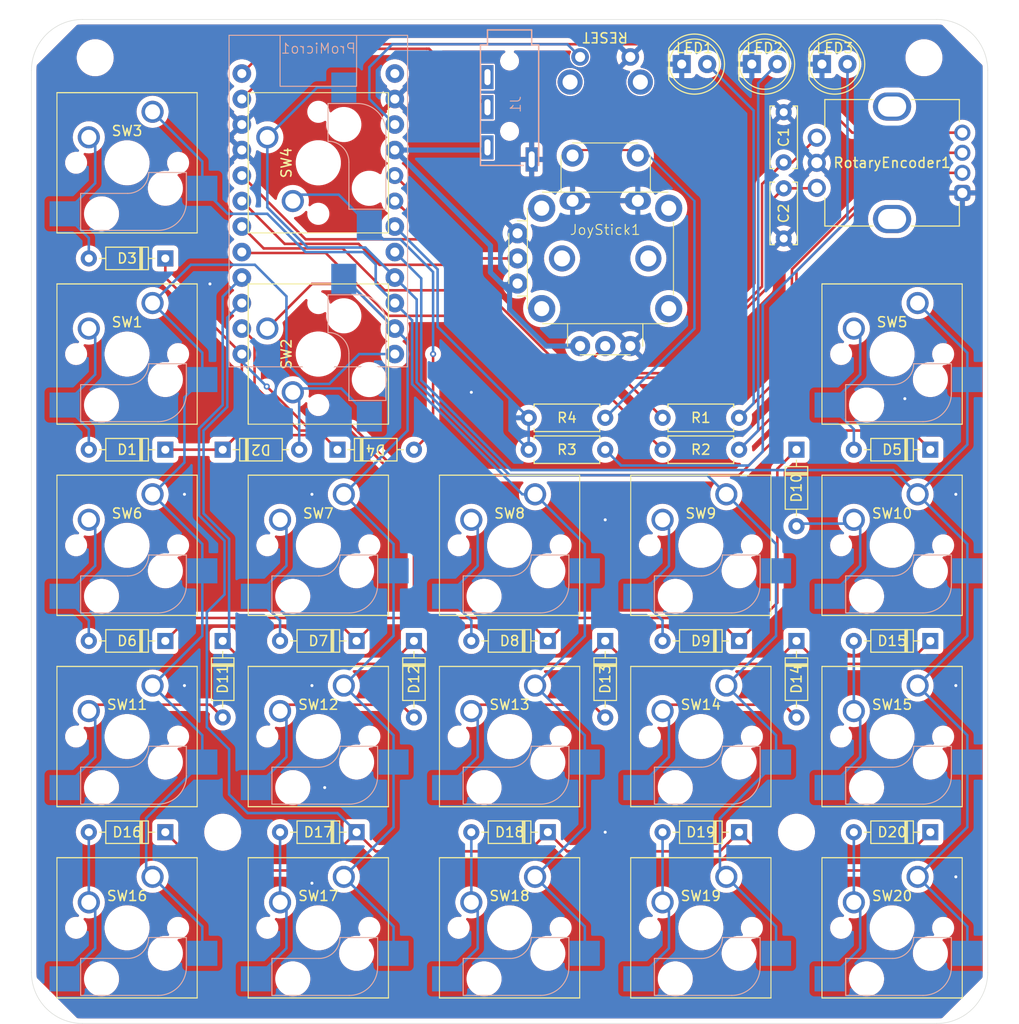
<source format=kicad_pcb>
(kicad_pcb (version 20240108) (generator "pcbnew") (generator_version "8.0")
  (layers (0 "F.Cu" signal) (31 "B.Cu" signal) (34 "B.Paste" user) (35 "F.Paste" user) (36 "B.SilkS" user "B.Silkscreen") (37 "F.SilkS" user "F.Silkscreen") (38 "B.Mask" user) (39 "F.Mask" user) (44 "Edge.Cuts" user))
  (net 0 "")
  (net 1 "GND")
  (net 2 "RST_SW")
  (net 3 "IO_HIGH4")
  (net 4 "Net-(D20-A)")
  (net 5 "IO_HIGH3")
  (net 6 "Net-(D19-A)")
  (net 7 "IO_HIGH2")
  (net 8 "Net-(D18-A)")
  (net 9 "IO_HIGH1")
  (net 10 "Net-(D17-A)")
  (net 11 "IO_HIGH0")
  (net 12 "Net-(D16-A)")
  (net 13 "Net-(D15-A)")
  (net 14 "Net-(D13-A)")
  (net 15 "Net-(D12-A)")
  (net 16 "Net-(D11-A)")
  (net 17 "Net-(D10-A)")
  (net 18 "Net-(D9-A)")
  (net 19 "Net-(D8-A)")
  (net 20 "Net-(D7-A)")
  (net 21 "Net-(D6-A)")
  (net 22 "Net-(D5-A)")
  (net 23 "Net-(D4-A)")
  (net 24 "Net-(D3-A)")
  (net 25 "Net-(D2-A)")
  (net 26 "Net-(D1-A)")
  (net 27 "Net-(D14-A)")
  (net 28 "RE_B")
  (net 29 "LED2")
  (net 30 "RE_SW")
  (net 31 "LED1")
  (net 32 "RE_A")
  (net 33 "VCC")
  (net 34 "DATA")
  (net 36 "IO_LOW2")
  (net 37 "IO_LOW3")
  (net 38 "IO_LOW1")
  (net 39 "IO_LOW0")
  (net 40 "Net-(ProMicro1-D4{slash}A6)")
  (net 41 "Net-(ProMicro1-D5)")
  (net 42 "OPTIONAL_PIN")
  (net 43 "Net-(LED3-A)")
  (net 44 "Net-(JoyStick1-PadSW2)")
  (net 45 "AIO_0")
  (net 46 "AIO_1")
  (footprint "LED_THT:LED_D5.0mm" (layer "F.Cu") (at 134.62 74.625)
    (property "Reference" "LED3")
    (property "Value" "LED")
  )
  (footprint "xxx_original:1N4148" (layer "F.Cu") (at 74.93 113.03)
    (property "Reference" "D2")
    (property "Value" "1N4148")
  )
  (footprint "xxx_original:1N4148" (layer "F.Cu") (at 93.98 132.08 -90)
    (property "Reference" "D12")
    (property "Value" "1N4148")
  )
  (footprint "xxx_original:1N4148" (layer "F.Cu") (at 145.415 151.13 180)
    (property "Reference" "D20")
    (property "Value" "1N4148")
  )
  (footprint "MountingHole:MountingHole_3.2mm_M3" (layer "F.Cu") (at 132.08 151.13)
    (property "Reference" "REF**" (hide yes))
    (property "Value" "MountingHole_3.2mm_M3")
  )
  (footprint "xxx_original:SW_Cherry_MX_1.00u_PCB_with_kalih_socket_CPG151101S11-16" (layer "F.Cu") (at 65.405 84.455)
    (property "Reference" "SW3")
    (property "Value" "SW_Push")
  )
  (footprint "MountingHole:MountingHole_3.2mm_M3" (layer "F.Cu") (at 144.78 73.99)
    (property "Reference" "REF**" (hide yes))
    (property "Value" "MountingHole_3.2mm_M3")
  )
  (footprint "xxx_original:SW_Cherry_MX_1.00u_PCB_with_kalih_socket_CPG151101S11-16" (layer "F.Cu") (at 65.405 122.555)
    (property "Reference" "SW6")
    (property "Value" "SW_Push")
  )
  (footprint "xxx_original:1N4148" (layer "F.Cu") (at 145.415 113.03 180)
    (property "Reference" "D5")
    (property "Value" "1N4148")
  )
  (footprint "xxx_original:1N4148" (layer "F.Cu") (at 69.215 151.13 180)
    (property "Reference" "D16")
    (property "Value" "1N4148")
  )
  (footprint "xxx_original:1N4148" (layer "F.Cu") (at 86.36 113.03)
    (property "Reference" "D4")
    (property "Value" "1N4148")
  )
  (footprint "xxx_original:SW_Cherry_MX_1.00u_PCB_with_kalih_socket_CPG151101S11-16" (layer "F.Cu") (at 84.455 103.505 90)
    (property "Reference" "SW2")
    (property "Value" "SW_Push")
  )
  (footprint "MountingHole:MountingHole_3.2mm_M3" (layer "F.Cu") (at 74.93 151.13)
    (property "Reference" "REF**" (hide yes))
    (property "Value" "MountingHole_3.2mm_M3")
  )
  (footprint "xxx_original:1N4148" (layer "F.Cu") (at 107.315 151.13 180)
    (property "Reference" "D18")
    (property "Value" "1N4148")
  )
  (footprint "xxx_original:SW_Cherry_MX_1.00u_PCB_with_kalih_socket_CPG151101S11-16" (layer "F.Cu") (at 141.605 160.655)
    (property "Reference" "SW20")
    (property "Value" "SW_Push")
  )
  (footprint "xxx_original:1N4148" (layer "F.Cu") (at 126.365 132.08 180)
    (property "Reference" "D9")
    (property "Value" "1N4148")
  )
  (footprint "xxx_original:1N4148" (layer "F.Cu") (at 88.265 151.13 180)
    (property "Reference" "D17")
    (property "Value" "1N4148")
  )
  (footprint "xxx_original:SW_Cherry_MX_1.00u_PCB_with_kalih_socket_CPG151101S11-16" (layer "F.Cu") (at 84.455 122.555)
    (property "Reference" "SW7")
    (property "Value" "SW_Push")
  )
  (footprint "xxx_original:SW_Cherry_MX_1.00u_PCB_with_kalih_socket_CPG151101S11-16" (layer "F.Cu") (at 122.555 160.655)
    (property "Reference" "SW19")
    (property "Value" "SW_Push")
  )
  (footprint "xxx_original:1N4148" (layer "F.Cu") (at 74.93 132.08 -90)
    (property "Reference" "D11")
    (property "Value" "1N4148")
  )
  (footprint "xxx_original:SW_Cherry_MX_1.00u_PCB_with_kalih_socket_CPG151101S11-16" (layer "F.Cu") (at 65.405 103.505)
    (property "Reference" "SW1")
    (property "Value" "SW_Push")
  )
  (footprint "xxx_original:1N4148" (layer "F.Cu") (at 132.08 132.08 -90)
    (property "Reference" "D14")
    (property "Value" "1N4148")
  )
  (footprint "LED_THT:LED_D5.0mm" (layer "F.Cu") (at 120.65 74.625)
    (property "Reference" "LED1")
    (property "Value" "LED")
  )
  (footprint "Joy_Stick:RKJXV122400R" (layer "F.Cu") (at 113.03 93.98 180)
    (property "Reference" "JoyStick1")
    (property "Value" "RKJXV122400R")
  )
  (footprint "xxx_original:RotaryEncoder_with_4pin" (layer "F.Cu") (at 141.605 84.455 180)
    (property "Reference" "RotaryEncoder1")
    (property "Value" "~")
  )
  (footprint "Capacitor_THT:C_Disc_D6.0mm_W2.5mm_P5.00mm" (layer "F.Cu") (at 130.81 84.415 90)
    (property "Reference" "C1")
    (property "Value" "C")
  )
  (footprint "Capacitor_THT:C_Disc_D6.0mm_W2.5mm_P5.00mm" (layer "F.Cu") (at 130.81 86.995 -90)
    (property "Reference" "C2")
    (property "Value" "C")
  )
  (footprint "xxx_original:1N4148" (layer "F.Cu") (at 132.08 113.03 -90)
    (property "Reference" "D10")
    (property "Value" "1N4148")
  )
  (footprint "xxx_original:1N4148" (layer "F.Cu") (at 88.265 132.08 180)
    (property "Reference" "D7")
    (property "Value" "1N4148")
  )
  (footprint "xxx_original:SW_Cherry_MX_1.00u_PCB_with_kalih_socket_CPG151101S11-16" (layer "F.Cu") (at 84.455 160.655)
    (property "Reference" "SW17")
    (property "Value" "SW_Push")
  )
  (footprint "xxx_original:SW_Cherry_MX_1.00u_PCB_with_kalih_socket_CPG151101S11-16" (layer "F.Cu") (at 84.455 84.455 90)
    (property "Reference" "SW4")
    (property "Value" "SW_Push")
  )
  (footprint "xxx_original:SW_Cherry_MX_1.00u_PCB_with_kalih_socket_CPG151101S11-16" (layer "F.Cu") (at 103.505 160.655)
    (property "Reference" "SW18")
    (property "Value" "SW_Push")
  )
  (footprint "Resistor_THT:R_Axial_DIN0207_L6.3mm_D2.5mm_P7.62mm_Horizontal" (layer "F.Cu") (at 105.41 113.03)
    (property "Reference" "R3")
    (property "Value" "R")
  )
  (footprint "xxx_original:SW_Cherry_MX_1.00u_PCB_with_kalih_socket_CPG151101S11-16" (layer "F.Cu") (at 122.555 122.555)
    (property "Reference" "SW9")
    (property "Value" "SW_Push")
  )
  (footprint "xxx_original:SW_Cherry_MX_1.00u_PCB_with_kalih_socket_CPG151101S11-16" (layer "F.Cu") (at 65.405 141.605)
    (property "Reference" "SW11")
    (property "Value" "SW_Push")
  )
  (footprint "xxx_original:1N4148" (layer "F.Cu") (at 69.215 93.98 180)
    (property "Reference" "D3")
    (property "Value" "1N4148")
  )
  (footprint "LED_THT:LED_D5.0mm" (layer "F.Cu") (at 127.635 74.625)
    (property "Reference" "LED2")
    (property "Value" "LED")
  )
  (footprint "xxx_original:1N4148" (layer "F.Cu") (at 126.365 151.13 180)
    (property "Reference" "D19")
    (property "Value" "1N4148")
  )
  (footprint "xxx_original:SW_TactSwitch_THBP07-043CB" (layer "F.Cu") (at 113.03 73.914)
    (property "Reference" "SW_RST1" (hide yes))
    (property "Value" "Reset_Swich")
  )
  (footprint "xxx_original:SW_Cherry_MX_1.00u_PCB_with_kalih_socket_CPG151101S11-16" (layer "F.Cu") (at 141.605 141.605)
    (property "Reference" "SW15")
    (property "Value" "SW_Push")
  )
  (footprint "xxx_original:SW_Cherry_MX_1.00u_PCB_with_kalih_socket_CPG151101S11-16" (layer "F.Cu") (at 103.505 141.605)
    (property "Reference" "SW13")
    (property "Value" "SW_Push")
  )
  (footprint "xxx_original:1N4148" (layer "F.Cu") (at 69.215 113.03 180)
    (property "Reference" "D1")
    (property "Value" "1N4148")
  )
  (footprint "Resistor_THT:R_Axial_DIN0207_L6.3mm_D2.5mm_P7.62mm_Horizontal" (layer "F.Cu") (at 113.03 109.855 180)
    (property "Reference" "R4")
    (property "Value" "R")
  )
  (footprint "xxx_original:SW_Cherry_MX_1.00u_PCB_with_kalih_socket_CPG151101S11-16" (layer "F.Cu") (at 141.605 103.505)
    (property "Reference" "SW5")
    (property "Value" "SW_Push")
  )
  (footprint "Pro_Micro:Pro_Micro_small_pin" (layer "F.Cu") (at 84.455 71.755)
    (property "Reference" "ProMicro1")
    (property "Value" "Pro_Micro")
  )
  (footprint "xxx_original:1N4148" (layer "F.Cu") (at 69.215 132.08 180)
    (property "Reference" "D6")
    (property "Value" "1N4148")
  )
  (footprint "xxx_original:1N4148" (layer "F.Cu") (at 107.315 132.08 180)
    (property "Reference" "D8")
    (property "Value" "1N4148")
  )
  (footprint "xxx_original:SW_Cherry_MX_1.00u_PCB_with_kalih_socket_CPG151101S11-16" (layer "F.Cu") (at 122.555 141.605)
    (property "Reference" "SW14")
    (property "Value" "SW_Push")
  )
  (footprint "xxx_original:1N4148" (layer "F.Cu") (at 145.415 132.08 180)
    (property "Reference" "D15")
    (property "Value" "1N4148")
  )
  (footprint "xxx_original:SW_Cherry_MX_1.00u_PCB_with_kalih_socket_CPG151101S11-16" (layer "F.Cu") (at 84.455 141.605)
    (property "Reference" "SW12")
    (property "Value" "SW_Push")
  )
  (footprint "Resistor_THT:R_Axial_DIN0207_L6.3mm_D2.5mm_P7.62mm_Horizontal" (layer "F.Cu") (at 126.365 109.855 180)
    (property "Reference" "R1")
    (property "Value" "R")
  )
  (footprint "xxx_original:SW_Cherry_MX_1.00u_PCB_with_kalih_socket_CPG151101S11-16" (layer "F.Cu") (at 65.405 160.655)
    (property "Reference" "SW16")
    (property "Value" "SW_Push")
  )
  (footprint "xxx_original:SW_Cherry_MX_1.00u_PCB_with_kalih_socket_CPG151101S11-16" (layer "F.Cu") (at 103.505 122.555)
    (property "Reference" "SW8")
    (property "Value" "SW_Push")
  )
  (footprint "xxx_original:SW_Cherry_MX_1.00u_PCB_with_kalih_socket_CPG151101S11-16" (layer "F.Cu") (at 141.605 122.555)
    (property "Reference" "SW10")
    (property "Value" "SW_Push")
  )
  (footprint "Resistor_THT:R_Axial_DIN0207_L6.3mm_D2.5mm_P7.62mm_Horizontal" (layer "F.Cu") (at 126.365 113.03 180)
    (property "Reference" "R2")
    (property "Value" "R")
  )
  (footprint "xxx_original:1N4148" (layer "F.Cu") (at 113.03 132.08 -90)
    (property "Reference" "D13")
    (property "Value" "1N4148")
  )
  (footprint "MountingHole:MountingHole_3.2mm_M3" (layer "F.Cu") (at 62.23 73.99)
    (property "Reference" "REF**" (hide yes))
    (property "Value" "MountingHole_3.2mm_M3")
  )
  (footprint "xxx_original:3.5mm_audio_jack" (layer "B.Cu") (at 103.505 72.72 -90)
    (property "Reference" "J1")
    (property "Value" "AudioJack4")
  )
  (gr_arc (start 60.96 170.18) (mid 57.367898 168.692102) (end 55.88 165.1) (stroke (width 0.05)) (layer "Edge.Cuts"))
  (gr_line (start 146.05 70.18) (end 60.96 70.18) (stroke (width 0.05)) (layer "Edge.Cuts"))
  (gr_arc (start 151.13 165.1) (mid 149.642102 168.692102) (end 146.05 170.18) (stroke (width 0.05)) (layer "Edge.Cuts"))
  (gr_line (start 55.88 165.1) (end 55.88 75.26) (stroke (width 0.05)) (layer "Edge.Cuts"))
  (gr_arc (start 55.88 75.26) (mid 57.367898 71.667898) (end 60.96 70.18) (stroke (width 0.05)) (layer "Edge.Cuts"))
  (gr_line (start 151.13 165.1) (end 151.13 75.26) (stroke (width 0.05)) (layer "Edge.Cuts"))
  (gr_arc (start 146.05 70.18) (mid 149.642102 71.667898) (end 151.13 75.26) (stroke (width 0.05)) (layer "Edge.Cuts"))
  (gr_line (start 146.05 170.18) (end 60.96 170.18) (stroke (width 0.05)) (layer "Edge.Cuts"))
  (gr_text "RESET" (at 113.03 71.374 180) (layer "F.SilkS") (effects (font (size 1 1)) (justify bottom)))
  (via (at 142.875 107.95) (size 0.6) (drill 0.3) (layers "F.Cu" "B.Cu") (net 1))
  (via (at 99.695 107.315) (size 0.6) (drill 0.3) (layers "F.Cu" "B.Cu") (net 1))
  (via (at 71.12 117.475) (size 0.6) (drill 0.3) (layers "F.Cu" "B.Cu") (net 1))
  (via (at 85.09 146.685) (size 0.6) (drill 0.3) (layers "F.Cu" "B.Cu") (net 1))
  (via (at 147.955 155.575) (size 0.6) (drill 0.3) (layers "F.Cu" "B.Cu") (net 1))
  (via (at 83.82 156.21) (size 0.6) (drill 0.3) (layers "F.Cu" "B.Cu") (net 1))
  (via (at 83.82 136.525) (size 0.6) (drill 0.3) (layers "F.Cu" "B.Cu") (net 1))
  (via (at 113.03 120.015) (size 0.6) (drill 0.3) (layers "F.Cu" "B.Cu") (net 1))
  (via (at 83.82 117.475) (size 0.6) (drill 0.3) (layers "F.Cu" "B.Cu") (net 1))
  (via (at 147.955 136.525) (size 0.6) (drill 0.3) (layers "F.Cu" "B.Cu") (net 1))
  (via (at 147.955 117.475) (size 0.6) (drill 0.3) (layers "F.Cu" "B.Cu") (net 1))
  (via (at 71.12 136.525) (size 0.6) (drill 0.3) (layers "F.Cu" "B.Cu") (net 1))
  (via (at 113.03 151.13) (size 0.6) (drill 0.3) (layers "F.Cu" "B.Cu") (net 1))
  (via (at 73.66 96.52) (size 0.6) (drill 0.3) (layers "F.Cu" "B.Cu") (net 1))
  (segment (start 89.535 78.105) (end 92.075 80.645) (width 0.254) (layer "B.Cu") (net 2))
  (segment (start 91.821 72.644) (end 89.535 74.93) (width 0.254) (layer "B.Cu") (net 2))
  (segment (start 109.26 72.644) (end 91.821 72.644) (width 0.254) (layer "B.Cu") (net 2))
  (segment (start 89.535 74.93) (end 89.535 78.105) (width 0.254) (layer "B.Cu") (net 2))
  (segment (start 110.53 73.914) (end 109.26 72.644) (width 0.254) (layer "B.Cu") (net 2))
  (segment (start 149.098 125.095) (end 149.098 122.428) (width 0.254) (layer "B.Cu") (net 3))
  (segment (start 149.098 125.095) (end 149.098 131.572) (width 0.254) (layer "B.Cu") (net 3))
  (segment (start 144.145 98.425) (end 149.098 103.378) (width 0.254) (layer "B.Cu") (net 3))
  (segment (start 149.098 144.145) (end 149.098 150.622) (width 0.254) (layer "B.Cu") (net 3))
  (segment (start 149.098 112.522) (end 144.145 117.475) (width 0.254) (layer "B.Cu") (net 3))
  (segment (start 149.098 141.478) (end 149.098 144.145) (width 0.254) (layer "B.Cu") (net 3))
  (segment (start 144.145 155.575) (end 149.098 160.528) (width 0.254) (layer "B.Cu") (net 3))
  (segment (start 149.098 106.045) (end 149.098 112.522) (width 0.254) (layer "B.Cu") (net 3))
  (segment (start 149.098 150.622) (end 144.145 155.575) (width 0.254) (layer "B.Cu") (net 3))
  (segment (start 141.732 115.062) (end 144.145 117.475) (width 0.254) (layer "B.Cu") (net 3))
  (segment (start 149.098 131.572) (end 144.145 136.525) (width 0.254) (layer "B.Cu") (net 3))
  (segment (start 103.646104 115.062) (end 141.732 115.062) (width 0.254) (layer "B.Cu") (net 3))
  (segment (start 149.098 160.528) (end 149.098 163.195) (width 0.254) (layer "B.Cu") (net 3))
  (segment (start 94.707 106.122896) (end 103.646104 115.062) (width 0.254) (layer "B.Cu") (net 3))
  (segment (start 149.098 103.378) (end 149.098 106.045) (width 0.254) (layer "B.Cu") (net 3))
  (segment (start 149.098 122.428) (end 144.145 117.475) (width 0.254) (layer "B.Cu") (net 3))
  (segment (start 144.145 136.525) (end 149.098 141.478) (width 0.254) (layer "B.Cu") (net 3))
  (segment (start 94.707 95.977) (end 94.707 106.122896) (width 0.254) (layer "B.Cu") (net 3))
  (segment (start 92.075 93.345) (end 94.707 95.977) (width 0.254) (layer "B.Cu") (net 3))
  (segment (start 135.382 165.735) (end 138.43 162.687) (width 0.254) (layer "B.Cu") (net 4))
  (segment (start 138.43 158.75) (end 137.795 158.115) (width 0.254) (layer "B.Cu") (net 4))
  (segment (start 137.795 158.115) (end 137.795 151.13) (width 0.254) (layer "B.Cu") (net 4))
  (segment (start 138.43 162.687) (end 138.43 158.75) (width 0.254) (layer "B.Cu") (net 4))
  (segment (start 130.048 122.428) (end 125.095 117.475) (width 0.254) (layer "B.Cu") (net 5))
  (segment (start 83.373052 92.891) (end 79.530052 89.048) (width 0.254) (layer "B.Cu") (net 5))
  (segment (start 79.530052 89.048) (end 79.523 89.048) (width 0.254) (layer "B.Cu") (net 5))
  (segment (start 84.328 76.962) (end 79.375 81.915) (width 0.254) (layer "B.Cu") (net 5))
  (segment (start 130.048 125.095) (end 130.048 131.572) (width 0.254) (layer "B.Cu") (net 5))
  (segment (start 92.075 95.885) (end 94.253 98.063) (width 0.254) (layer "B.Cu") (net 5))
  (segment (start 94.253 106.310948) (end 103.512052 115.57) (width 0.254) (layer "B.Cu") (net 5))
  (segment (start 124.46 149.733) (end 124.46 154.94) (width 0.254) (layer "B.Cu") (net 5))
  (segment (start 89.132 92.891) (end 83.373052 92.891) (width 0.254) (layer "B.Cu") (net 5))
  (segment (start 79.523 89.048) (end 79.375 88.9) (width 0.254) (layer "B.Cu") (net 5))
  (segment (start 125.095 136.525) (end 130.048 141.478) (width 0.254) (layer "B.Cu") (net 5))
  (segment (start 125.095 155.575) (end 130.048 160.528) (width 0.254) (layer "B.Cu") (net 5))
  (segment (start 130.048 131.572) (end 125.095 136.525) (width 0.254) (layer "B.Cu") (net 5))
  (segment (start 79.375 88.9) (end 79.375 81.915) (width 0.254) (layer "B.Cu") (net 5))
  (segment (start 130.048 141.478) (end 130.048 144.145) (width 0.254) (layer "B.Cu") (net 5))
  (segment (start 130.048 160.528) (end 130.048 163.195) (width 0.254) (layer "B.Cu") (net 5))
  (segment (start 123.19 115.57) (end 125.095 117.475) (width 0.254) (layer "B.Cu") (net 5))
  (segment (start 92.075 95.885) (end 92.075 95.834) (width 0.254) (layer "B.Cu") (net 5))
  (segment (start 94.253 98.063) (end 94.253 106.310948) (width 0.254) (layer "B.Cu") (net 5))
  (segment (start 130.048 125.095) (end 130.048 122.428) (width 0.254) (layer "B.Cu") (net 5))
  (segment (start 86.995 76.962) (end 84.328 76.962) (width 0.254) (layer "B.Cu") (net 5))
  (segment (start 92.075 95.834) (end 89.132 92.891) (width 0.254) (layer "B.Cu") (net 5))
  (segment (start 130.048 144.145) (end 124.46 149.733) (width 0.254) (layer "B.Cu") (net 5))
  (segment (start 124.46 154.94) (end 125.095 155.575) (width 0.254) (layer "B.Cu") (net 5))
  (segment (start 103.512052 115.57) (end 123.19 115.57) (width 0.254) (layer "B.Cu") (net 5))
  (segment (start 118.745 158.115) (end 118.745 151.13) (width 0.254) (layer "B.Cu") (net 6))
  (segment (start 116.332 165.735) (end 119.38 162.687) (width 0.254) (layer "B.Cu") (net 6))
  (segment (start 119.38 162.687) (end 119.38 158.75) (width 0.254) (layer "B.Cu") (net 6))
  (segment (start 119.38 158.75) (end 118.745 158.115) (width 0.254) (layer "B.Cu") (net 6))
  (segment (start 92.075 98.425) (end 93.799 100.149) (width 0.254) (layer "B.Cu") (net 7))
  (segment (start 92.075 98.425) (end 90.17 96.52) (width 0.254) (layer "B.Cu") (net 7))
  (segment (start 110.998 122.428) (end 110.998 125.095) (width 0.254) (layer "B.Cu") (net 7))
  (segment (start 104.775 117.475) (end 106.045 117.475) (width 0.254) (layer "B.Cu") (net 7))
  (segment (start 93.799 100.149) (end 93.799 106.499) (width 0.254) (layer "B.Cu") (net 7))
  (segment (start 110.998 131.572) (end 106.045 136.525) (width 0.254) (layer "B.Cu") (net 7))
  (segment (start 110.998 141.478) (end 106.045 136.525) (width 0.254) (layer "B.Cu") (net 7))
  (segment (start 75.438 89.535) (end 72.898 86.995) (width 0.254) (layer "B.Cu") (net 7))
  (segment (start 88.943948 93.345) (end 83.185 93.345) (width 0.254) (layer "B.Cu") (net 7))
  (segment (start 110.998 144.145) (end 110.998 150.622) (width 0.254) (layer "B.Cu") (net 7))
  (segment (start 93.799 106.499) (end 104.775 117.475) (width 0.254) (layer "B.Cu") (net 7))
  (segment (start 90.17 96.52) (end 90.17 94.571052) (width 0.254) (layer "B.Cu") (net 7))
  (segment (start 83.185 93.345) (end 79.375 89.535) (width 0.254) (layer "B.Cu") (net 7))
  (segment (start 79.375 89.535) (end 75.438 89.535) (width 0.254) (layer "B.Cu") (net 7))
  (segment (start 106.045 155.575) (end 110.998 160.528) (width 0.254) (layer "B.Cu") (net 7))
  (segment (start 110.998 160.528) (end 110.998 163.195) (width 0.254) (layer "B.Cu") (net 7))
  (segment (start 72.898 84.328) (end 67.945 79.375) (width 0.254) (layer "B.Cu") (net 7))
  (segment (start 110.998 150.622) (end 106.045 155.575) (width 0.254) (layer "B.Cu") (net 7))
  (segment (start 110.998 144.145) (end 110.998 141.478) (width 0.254) (layer "B.Cu") (net 7))
  (segment (start 72.898 86.995) (end 72.898 84.328) (width 0.254) (layer "B.Cu") (net 7))
  (segment (start 106.045 117.475) (end 110.998 122.428) (width 0.254) (layer "B.Cu") (net 7))
  (segment (start 110.998 125.095) (end 110.998 131.572) (width 0.254) (layer "B.Cu") (net 7))
  (segment (start 90.17 94.571052) (end 88.943948 93.345) (width 0.254) (layer "B.Cu") (net 7))
  (segment (start 100.33 158.75) (end 99.695 158.115) (width 0.254) (layer "B.Cu") (net 8))
  (segment (start 97.282 165.735) (end 100.33 162.687) (width 0.254) (layer "B.Cu") (net 8))
  (segment (start 99.695 158.115) (end 99.695 151.13) (width 0.254) (layer "B.Cu") (net 8))
  (segment (start 100.33 162.687) (end 100.33 158.75) (width 0.254) (layer "B.Cu") (net 8))
  (segment (start 83.82 96.52) (end 87.63 96.52) (width 0.254) (layer "F.Cu") (net 9))
  (segment (start 92.024 100.914) (end 92.075 100.914) (width 0.254) (layer "F.Cu") (net 9))
  (segment (start 79.375 100.965) (end 83.82 96.52) (width 0.254) (layer "F.Cu") (net 9))
  (segment (start 87.63 96.52) (end 92.075 100.965) (width 0.254) (layer "F.Cu") (net 9))
  (segment (start 91.948 150.622) (end 86.995 155.575) (width 0.254) (layer "B.Cu") (net 9))
  (segment (start 87.122 96.012) (end 86.995 96.012) (width 0.254) (layer "B.Cu") (net 9))
  (segment (start 86.995 96.012) (end 87.1475 96.012) (width 0.254) (layer "B.Cu") (net 9))
  (segment (start 92.075 100.965) (end 93.345 102.235) (width 0.254) (layer "B.Cu") (net 9))
  (segment (start 91.948 122.428) (end 91.948 125.095) (width 0.254) (layer "B.Cu") (net 9))
  (segment (start 86.995 155.575) (end 91.948 160.528) (width 0.254) (layer "B.Cu") (net 9))
  (segment (start 92.075 100.965) (end 87.122 96.012) (width 0.254) (layer "B.Cu") (net 9))
  (segment (start 86.995 136.525) (end 91.948 141.478) (width 0.254) (layer "B.Cu") (net 9))
  (segment (start 91.948 144.145) (end 91.948 150.622) (width 0.254) (layer "B.Cu") (net 9))
  (segment (start 92.0495 100.914) (end 92.075 100.914) (width 0.254) (layer "B.Cu") (net 9))
  (segment (start 91.948 131.572) (end 86.995 136.525) (width 0.254) (layer "B.Cu") (net 9))
  (segment (start 91.948 125.095) (end 91.948 131.572) (width 0.254) (layer "B.Cu") (net 9))
  (segment (start 93.345 102.235) (end 93.345 111.125) (width 0.254) (layer "B.Cu") (net 9))
  (segment (start 86.995 117.475) (end 91.948 122.428) (width 0.254) (layer "B.Cu") (net 9))
  (segment (start 93.345 111.125) (end 86.995 117.475) (width 0.254) (layer "B.Cu") (net 9))
  (segment (start 91.948 141.478) (end 91.948 144.145) (width 0.254) (layer "B.Cu") (net 9))
  (segment (start 91.948 160.528) (end 91.948 163.195) (width 0.254) (layer "B.Cu") (net 9))
  (segment (start 80.645 151.13) (end 80.645 158.115) (width 0.254) (layer "B.Cu") (net 10))
  (segment (start 81.28 158.75) (end 80.645 158.115) (width 0.254) (layer "B.Cu") (net 10))
  (segment (start 81.28 162.687) (end 81.28 158.75) (width 0.254) (layer "B.Cu") (net 10))
  (segment (start 78.232 165.735) (end 81.28 162.687) (width 0.254) (layer "B.Cu") (net 10))
  (segment (start 81.28 97.757) (end 78.138 94.615) (width 0.254) (layer "B.Cu") (net 11))
  (segment (start 67.31 154.94) (end 67.945 155.575) (width 0.254) (layer "B.Cu") (net 11))
  (segment (start 67.31 149.733) (end 67.31 154.94) (width 0.254) (layer "B.Cu") (net 11))
  (segment (start 92.075 103.505) (end 88.519 103.505) (width 0.254) (layer "B.Cu") (net 11))
  (segment (start 67.945 117.475) (end 72.898 122.428) (width 0.254) (layer "B.Cu") (net 11))
  (segment (start 72.898 141.478) (end 72.898 144.145) (width 0.254) (layer "B.Cu") (net 11))
  (segment (start 72.898 160.528) (end 72.898 163.195) (width 0.254) (layer "B.Cu") (net 11))
  (segment (start 72.898 144.145) (end 67.31 149.733) (width 0.254) (layer "B.Cu") (net 11))
  (segment (start 67.945 98.425) (end 72.898 103.378) (width 0.254) (layer "B.Cu") (net 11))
  (segment (start 71.12 114.3) (end 67.945 117.475) (width 0.254) (layer "B.Cu") (net 11))
  (segment (start 72.898 125.095) (end 72.898 131.572) (width 0.254) (layer "B.Cu") (net 11))
  (segment (start 85.544 106.48) (end 83.366 106.48) (width 0.254) (layer "B.Cu") (net 11))
  (segment (start 72.898 103.378) (end 72.898 106.045) (width 0.254) (layer "B.Cu") (net 11))
  (segment (start 72.898 131.572) (end 67.945 136.525) (width 0.254) (layer "B.Cu") (net 11))
  (segment (start 71.12 107.823) (end 71.12 114.3) (width 0.254) (layer "B.Cu") (net 11))
  (segment (start 88.519 103.505) (end 85.544 106.48) (width 0.254) (layer "B.Cu") (net 11))
  (segment (start 72.898 122.428) (end 72.898 125.095) (width 0.254) (layer "B.Cu") (net 11))
  (segment (start 67.945 155.575) (end 72.898 160.528) (width 0.254) (layer "B.Cu") (net 11))
  (segment (start 72.898 106.045) (end 71.12 107.823) (width 0.254) (layer "B.Cu") (net 11))
  (segment (start 83.366 106.48) (end 81.28 104.394) (width 0.254) (layer "B.Cu") (net 11))
  (segment (start 78.138 94.615) (end 71.755 94.615) (width 0.254) (layer "B.Cu") (net 11))
  (segment (start 81.28 104.394) (end 81.28 97.757) (width 0.254) (layer "B.Cu") (net 11))
  (segment (start 67.945 136.525) (end 72.898 141.478) (width 0.254) (layer "B.Cu") (net 11))
  (segment (start 71.755 94.615) (end 67.945 98.425) (width 0.254) (layer "B.Cu") (net 11))
  (segment (start 59.182 165.735) (end 62.23 162.687) (width 0.254) (layer "B.Cu") (net 12))
  (segment (start 61.595 151.13) (end 61.595 158.115) (width 0.254) (layer "B.Cu") (net 12))
  (segment (start 62.23 158.75) (end 61.595 158.115) (width 0.254) (layer "B.Cu") (net 12))
  (segment (start 62.23 162.687) (end 62.23 158.75) (width 0.254) (layer "B.Cu") (net 12))
  (segment (start 135.382 146.685) (end 138.43 143.637) (width 0.254) (layer "B.Cu") (net 13))
  (segment (start 138.43 139.7) (end 137.795 139.065) (width 0.254) (layer "B.Cu") (net 13))
  (segment (start 137.795 132.08) (end 137.795 139.065) (width 0.254) (layer "B.Cu") (net 13))
  (segment (start 138.43 143.637) (end 138.43 139.7) (width 0.254) (layer "B.Cu") (net 13))
  (segment (start 99.695 139.065) (end 100.33 138.43) (width 0.254) (layer "F.Cu") (net 14))
  (segment (start 111.76 138.43) (end 113.03 139.7) (width 0.254) (layer "F.Cu") (net 14))
  (segment (start 100.33 138.43) (end 111.76 138.43) (width 0.254) (layer "F.Cu") (net 14))
  (segment (start 100.33 139.7) (end 99.695 139.065) (width 0.254) (layer "B.Cu") (net 14))
  (segment (start 97.282 146.685) (end 100.33 143.637) (width 0.254) (layer "B.Cu") (net 14))
  (segment (start 100.33 143.637) (end 100.33 139.7) (width 0.254) (layer "B.Cu") (net 14))
  (segment (start 81.28 138.43) (end 92.71 138.43) (width 0.254) (layer "F.Cu") (net 15))
  (segment (start 80.645 139.065) (end 81.28 138.43) (width 0.254) (layer "F.Cu") (net 15))
  (segment (start 92.71 138.43) (end 93.98 139.7) (width 0.254) (layer "F.Cu") (net 15))
  (segment (start 81.28 143.637) (end 81.28 139.7) (width 0.254) (layer "B.Cu") (net 15))
  (segment (start 78.232 146.685) (end 81.28 143.637) (width 0.254) (layer "B.Cu") (net 15))
  (segment (start 81.28 139.7) (end 80.645 139.065) (width 0.254) (layer "B.Cu") (net 15))
  (segment (start 73.66 138.43) (end 74.93 139.7) (width 0.254) (layer "F.Cu") (net 16))
  (segment (start 62.23 138.43) (end 73.66 138.43) (width 0.254) (layer "F.Cu") (net 16))
  (segment (start 61.595 139.065) (end 62.23 138.43) (width 0.254) (layer "F.Cu") (net 16))
  (segment (start 62.23 143.637) (end 62.23 139.7) (width 0.254) (layer "B.Cu") (net 16))
  (segment (start 59.182 146.685) (end 62.23 143.637) (width 0.254) (layer "B.Cu") (net 16))
  (segment (start 62.23 139.7) (end 61.595 139.065) (width 0.254) (layer "B.Cu") (net 16))
  (segment (start 137.795 120.015) (end 138.43 120.65) (width 0.254) (layer "B.Cu") (net 17))
  (segment (start 138.43 120.65) (end 138.43 124.587) (width 0.254) (layer "B.Cu") (net 17))
  (segment (start 138.43 124.587) (end 135.382 127.635) (width 0.254) (layer "B.Cu") (net 17))
  (segment (start 137.414 120.396) (end 132.334 120.396) (width 0.254) (layer "B.Cu") (net 17))
  (segment (start 132.334 120.396) (end 132.08 120.65) (width 0.254) (layer "B.Cu") (net 17))
  (segment (start 137.795 120.015) (end 137.414 120.396) (width 0.254) (layer "B.Cu") (net 17))
  (segment (start 118.745 130.048) (end 116.332 127.635) (width 0.254) (layer "B.Cu") (net 18))
  (segment (start 118.745 132.08) (end 118.745 130.048) (width 0.254) (layer "B.Cu") (net 18))
  (segment (start 116.332 127.635) (end 116.332 127.508) (width 0.254) (layer "B.Cu") (net 18))
  (segment (start 119.38 120.65) (end 118.745 120.015) (width 0.254) (layer "B.Cu") (net 18))
  (segment (start 116.332 127.635) (end 119.38 124.587) (width 0.254) (layer "B.Cu") (net 18))
  (segment (start 116.332 127.508) (end 117.475 126.365) (width 0.254) (layer "B.Cu") (net 18))
  (segment (start 119.38 124.587) (end 119.38 120.65) (width 0.254) (layer "B.Cu") (net 18))
  (segment (start 100.33 120.65) (end 99.695 120.015) (width 0.254) (layer "B.Cu") (net 19))
  (segment (start 97.282 127.635) (end 100.33 124.587) (width 0.254) (layer "B.Cu") (net 19))
  (segment (start 100.33 124.587) (end 100.33 120.65) (width 0.254) (layer "B.Cu") (net 19))
  (segment (start 99.695 132.08) (end 99.695 130.048) (width 0.254) (layer "B.Cu") (net 19))
  (segment (start 99.695 130.048) (end 97.282 127.635) (width 0.254) (layer "B.Cu") (net 19))
  (segment (start 80.645 130.048) (end 78.232 127.635) (width 0.254) (layer "B.Cu") (net 20))
  (segment (start 81.28 120.65) (end 80.645 120.015) (width 0.254) (layer "B.Cu") (net 20))
  (segment (start 78.232 127.635) (end 81.28 124.587) (width 0.254) (layer "B.Cu") (net 20))
  (segment (start 81.28 124.587) (end 81.28 120.65) (width 0.254) (layer "B.Cu") (net 20))
  (segment (start 80.645 132.08) (end 80.645 130.048) (width 0.254) (layer "B.Cu") (net 20))
  (segment (start 62.23 120.65) (end 61.595 120.015) (width 0.254) (layer "B.Cu") (net 21))
  (segment (start 62.23 124.587) (end 62.23 120.65) (width 0.254) (layer "B.Cu") (net 21))
  (segment (start 61.595 132.08) (end 61.595 130.048) (width 0.254) (layer "B.Cu") (net 21))
  (segment (start 59.182 127.635) (end 62.23 124.587) (width 0.254) (layer "B.Cu") (net 21))
  (segment (start 61.595 130.048) (end 59.182 127.635) (width 0.254) (layer "B.Cu") (net 21))
  (segment (start 138.43 105.537) (end 138.43 101.6) (width 0.254) (layer "B.Cu") (net 22))
  (segment (start 137.795 113.03) (end 137.795 110.998) (width 0.254) (layer "B.Cu") (net 22))
  (segment (start 137.795 110.998) (end 135.382 108.585) (width 0.254) (layer "B.Cu") (net 22))
  (segment (start 138.43 101.6) (end 137.795 100.965) (width 0.254) (layer "B.Cu") (net 22))
  (segment (start 135.382 108.585) (end 138.43 105.537) (width 0.254) (layer "B.Cu") (net 22))
  (segment (start 95.885 111.125) (end 93.98 113.03) (width 0.254) (layer "F.Cu") (net 23))
  (segment (start 95.885 103.505) (end 95.885 111.125) (width 0.254) (layer "F.Cu") (net 23))
  (via (at 95.885 103.505) (size 0.6) (drill 0.3) (layers "F.Cu" "B.Cu") (net 23))
  (segment (start 90.932 92.075) (end 89.535 90.678) (width 0.254) (layer "B.Cu") (net 23))
  (segment (start 82.55 87.63) (end 81.915 88.265) (width 0.254) (layer "B.Cu") (net 23))
  (segment (start 89.535 90.678) (end 86.487 87.63) (width 0.254) (layer "B.Cu") (net 23))
  (segment (start 95.885 95.333404) (end 92.626596 92.075) (width 0.254) (layer "B.Cu") (net 23))
  (segment (start 92.626596 92.075) (end 90.932 92.075) (width 0.254) (layer "B.Cu") (net 23))
  (segment (start 86.487 87.63) (end 82.55 87.63) (width 0.254) (layer "B.Cu") (net 23))
  (segment (start 95.885 103.505) (end 95.885 95.333404) (width 0.254) (layer "B.Cu") (net 23))
  (segment (start 59.182 89.535) (end 62.23 86.487) (width 0.254) (layer "B.Cu") (net 24))
  (segment (start 61.595 91.948) (end 59.182 89.535) (width 0.254) (layer "B.Cu") (net 24))
  (segment (start 62.23 86.487) (end 62.23 82.55) (width 0.254) (layer "B.Cu") (net 24))
  (segment (start 62.23 82.55) (end 61.595 81.915) (width 0.254) (layer "B.Cu") (net 24))
  (segment (start 61.595 93.98) (end 61.595 91.948) (width 0.254) (layer "B.Cu") (net 24))
  (segment (start 89.535 109.728) (end 86.741 106.934) (width 0.254) (layer "B.Cu") (net 25))
  (segment (start 86.741 106.934) (end 82.296 106.934) (width 0.254) (layer "B.Cu") (net 25))
  (segment (start 82.55 107.95) (end 81.915 107.315) (width 0.254) (layer "B.Cu") (net 25))
  (segment (start 82.55 113.03) (end 82.55 107.95) (width 0.254) (layer "B.Cu") (net 25))
  (segment (start 82.296 106.934) (end 81.915 107.315) (width 0.254) (layer "B.Cu") (net 25))
  (segment (start 62.23 101.6) (end 61.595 100.965) (width 0.254) (layer "B.Cu") (net 26))
  (segment (start 61.595 113.03) (end 61.595 110.998) (width 0.254) (layer "B.Cu") (net 26))
  (segment (start 59.182 108.585) (end 62.23 105.537) (width 0.254) (layer "B.Cu") (net 26))
  (segment (start 62.23 105.537) (end 62.23 101.6) (width 0.254) (layer "B.Cu") (net 26))
  (segment (start 61.595 110.998) (end 59.182 108.585) (width 0.254) (layer "B.Cu") (net 26))
  (segment (start 130.81 138.43) (end 132.08 139.7) (width 0.254) (layer "F.Cu") (net 27))
  (segment (start 119.38 138.43) (end 130.81 138.43) (width 0.254) (layer "F.Cu") (net 27))
  (segment (start 118.745 139.065) (end 119.38 138.43) (width 0.254) (layer "F.Cu") (net 27))
  (segment (start 119.38 139.7) (end 118.745 139.065) (width 0.254) (layer "B.Cu") (net 27))
  (segment (start 116.332 146.685) (end 119.38 143.637) (width 0.254) (layer "B.Cu") (net 27))
  (segment (start 119.38 143.637) (end 119.38 139.7) (width 0.254) (layer "B.Cu") (net 27))
  (segment (start 108.440896 105.864) (end 120.203052 105.864) (width 0.254) (layer "F.Cu") (net 28))
  (segment (start 130.81 86.995) (end 134.065 86.995) (width 0.254) (layer "F.Cu") (net 28))
  (segment (start 129.105 88.7) (end 130.81 86.995) (width 0.254) (layer "F.Cu") (net 28))
  (segment (start 134.065 86.995) (end 134.105 86.955) (width 0.254) (layer "F.Cu") (net 28))
  (segment (start 81.099 92.529) (end 88.465 92.529) (width 0.254) (layer "F.Cu") (net 28))
  (segment (start 120.203052 105.864) (end 129.105 96.962052) (width 0.254) (layer "F.Cu") (net 28))
  (segment (start 130.215 86.955) (end 130.175 86.995) (width 0.254) (layer "F.Cu") (net 28))
  (segment (start 129.105 96.962052) (end 129.105 88.7) (width 0.254) (layer "F.Cu") (net 28))
  (segment (start 97.191896 94.615) (end 108.440896 105.864) (width 0.254) (layer "F.Cu") (net 28))
  (segment (start 88.465 92.529) (end 90.551 94.615) (width 0.254) (layer "F.Cu") (net 28))
  (segment (start 90.551 94.615) (end 97.191896 94.615) (width 0.254) (layer "F.Cu") (net 28))
  (segment (start 76.835 88.265) (end 81.099 92.529) (width 0.254) (layer "F.Cu") (net 28))
  (segment (start 148.605 85.455) (end 141.882052 85.455) (width 0.254) (layer "F.Cu") (net 29))
  (segment (start 141.882052 85.455) (end 132.08 95.257052) (width 0.254) (layer "F.Cu") (net 29))
  (segment (start 132.08 95.257052) (end 132.08 107.315) (width 0.254) (layer "F.Cu") (net 29))
  (segment (start 132.08 107.315) (end 126.365 113.03) (width 0.254) (layer "F.Cu") (net 29))
  (segment (start 126.365 113.03) (end 128.27 111.125) (width 0.254) (layer "B.Cu") (net 29))
  (segment (start 128.27 111.125) (end 128.27 76.53) (width 0.254) (layer "B.Cu") (net 29))
  (segment (start 128.27 76.53) (end 130.175 74.625) (width 0.254) (layer "B.Cu") (net 29))
  (segment (start 132.715 74.6125) (end 132.715 76.53) (width 0.254) (layer "F.Cu") (net 30))
  (segment (start 76.835 75.565) (end 79.756 72.644) (width 0.254) (layer "F.Cu") (net 30))
  (segment (start 79.756 72.644) (end 130.7465 72.644) (width 0.254) (layer "F.Cu") (net 30))
  (segment (start 76.835 75.514) (end 76.835 75.26) (width 0.254) (layer "F.Cu") (net 30))
  (segment (start 137.64 81.455) (end 148.605 81.455) (width 0.254) (layer "F.Cu") (net 30))
  (segment (start 130.7465 72.644) (end 132.715 74.6125) (width 0.254) (layer "F.Cu") (net 30))
  (segment (start 132.715 76.53) (end 137.64 81.455) (width 0.254) (layer "F.Cu") (net 30))
  (segment (start 131.626 104.594) (end 131.626 95.069) (width 0.254) (layer "F.Cu") (net 31))
  (segment (start 131.626 95.069) (end 143.24 83.455) (width 0.254) (layer "F.Cu") (net 31))
  (segment (start 143.24 83.455) (end 148.605 83.455) (width 0.254) (layer "F.Cu") (net 31))
  (segment (start 126.365 109.855) (end 131.626 104.594) (width 0.254) (layer "F.Cu") (net 31))
  (segment (start 127.816 108.404) (end 126.365 109.855) (width 0.254) (layer "B.Cu") (net 31))
  (segment (start 127.816 79.251) (end 127.816 108.404) (width 0.254) (layer "B.Cu") (net 31))
  (segment (start 123.19 74.625) (end 127.816 79.251) (width 0.254) (layer "B.Cu") (net 31))
  (segment (start 76.835 85.725) (end 83.185 92.075) (width 0.254) (layer "F.Cu") (net 32))
  (segment (start 134.105 81.955) (end 131.645 84.415) (width 0.254) (layer "F.Cu") (net 32))
  (segment (start 128.651 96.774) (end 128.651 86.574) (width 0.254) (layer "F.Cu") (net 32))
  (segment (start 128.651 86.574) (end 130.81 84.415) (width 0.254) (layer "F.Cu") (net 32))
  (segment (start 120.015 105.41) (end 128.651 96.774) (width 0.254) (layer "F.Cu") (net 32))
  (segment (start 131.645 84.415) (end 130.81 84.415) (width 0.254) (layer "F.Cu") (net 32))
  (segment (start 95.293948 92.075) (end 108.628948 105.41) (width 0.254) (layer "F.Cu") (net 32))
  (segment (start 108.628948 105.41) (end 120.015 105.41) (width 0.254) (layer "F.Cu") (net 32))
  (segment (start 83.185 92.075) (end 95.293948 92.075) (width 0.254) (layer "F.Cu") (net 32))
  (segment (start 103.505 97.275) (end 103.505 99.06) (width 0.508) (layer "B.Cu") (net 33))
  (segment (start 101.6 95.37) (end 102.4925 96.2625) (width 0.508) (layer "B.Cu") (net 33))
  (segment (start 107.155 102.71) (end 110.53 102.71) (width 0.508) (layer "B.Cu") (net 33))
  (segment (start 92.075 83.185) (end 101.6 92.71) (width 0.508) (layer "B.Cu") (net 33))
  (segment (start 103.505 97.275) (end 104.3 96.48) (width 0.508) (layer "B.Cu") (net 33))
  (segment (start 101.6 92.71) (end 101.6 95.37) (width 0.508) (layer "B.Cu") (net 33))
  (segment (start 101.305 82.92) (end 101.23 82.92) (width 0.508) (layer "B.Cu") (net 33))
  (segment (start 104.3 96.48) (end 104.2 96.58) (width 0.508) (layer "B.Cu") (net 33))
  (segment (start 101.04 83.185) (end 101.305 82.92) (width 0.508) (layer "B.Cu") (net 33))
  (segment (start 102.4925 96.2625) (end 103.505 97.275) (width 0.508) (layer "B.Cu") (net 33))
  (segment (start 92.075 83.185) (end 101.04 83.185) (width 0.508) (layer "B.Cu") (net 33))
  (segment (start 102.81 96.58) (end 102.4925 96.2625) (width 0.508) (layer "B.Cu") (net 33))
  (segment (start 104.2 96.58) (end 102.81 96.58) (width 0.508) (layer "B.Cu") (net 33))
  (segment (start 103.505 99.06) (end 107.155 102.71) (width 0.508) (layer "B.Cu") (net 33))
  (segment (start 81.842 73.098) (end 95.25 73.098) (width 0.254) (layer "F.Cu") (net 34))
  (segment (start 95.483 73.098) (end 95.25 73.098) (width 0.254) (layer "F.Cu") (net 34))
  (segment (start 101.305 78.92) (end 95.483 73.098) (width 0.254) (layer "F.Cu") (net 34))
  (segment (start 76.835 78.105) (end 81.842 73.098) (width 0.254) (layer "F.Cu") (net 34))
  (segment (start 145.415 132.08) (end 143.129 134.366) (width 0.254) (layer "F.Cu") (net 36))
  (segment (start 91.694 134.366) (end 77.216 134.366) (width 0.254) (layer "F.Cu") (net 36))
  (segment (start 134.366 134.366) (end 132.08 132.08) (width 0.254) (layer "F.Cu") (net 36))
  (segment (start 115.316 134.366) (end 113.03 132.08) (width 0.254) (layer "F.Cu") (net 36))
  (segment (start 132.08 132.08) (end 129.794 134.366) (width 0.254) (layer "F.Cu") (net 36))
  (segment (start 143.129 134.366) (end 134.366 134.366) (width 0.254) (layer "F.Cu") (net 36))
  (segment (start 129.794 134.366) (end 115.316 134.366) (width 0.254) (layer "F.Cu") (net 36))
  (segment (start 77.216 134.366) (end 74.93 132.08) (width 0.254) (layer "F.Cu") (net 36))
  (segment (start 93.98 132.08) (end 91.694 134.366) (width 0.254) (layer "F.Cu") (net 36))
  (segment (start 96.266 134.366) (end 93.98 132.08) (width 0.254) (layer "F.Cu") (net 36))
  (segment (start 113.03 132.08) (end 110.744 134.366) (width 0.254) (layer "F.Cu") (net 36))
  (segment (start 110.744 134.366) (end 96.266 134.366) (width 0.254) (layer "F.Cu") (net 36))
  (segment (start 75.384 108.766) (end 73.025 111.125) (width 0.254) (layer "B.Cu") (net 36))
  (segment (start 76.835 98.425) (end 75.384 99.876) (width 0.254) (layer "B.Cu") (net 36))
  (segment (start 75.565 121.92) (end 75.565 131.445) (width 0.254) (layer "B.Cu") (net 36))
  (segment (start 73.025 111.125) (end 73.025 119.38) (width 0.254) (layer "B.Cu") (net 36))
  (segment (start 75.565 131.445) (end 74.93 132.08) (width 0.254) (layer "B.Cu") (net 36))
  (segment (start 73.025 119.38) (end 75.565 121.92) (width 0.254) (layer "B.Cu") (net 36))
  (segment (start 75.384 99.876) (end 75.384 108.766) (width 0.254) (layer "B.Cu") (net 36))
  (segment (start 105.41 153.035) (end 107.315 151.13) (width 0.254) (layer "F.Cu") (net 37))
  (segment (start 130.175 154.94) (end 141.605 154.94) (width 0.254) (layer "F.Cu") (net 37))
  (segment (start 141.605 154.94) (end 145.415 151.13) (width 0.254) (layer "F.Cu") (net 37))
  (segment (start 88.265 151.13) (end 90.17 153.035) (width 0.254) (layer "F.Cu") (net 37))
  (segment (start 109.22 153.035) (end 124.46 153.035) (width 0.254) (layer "F.Cu") (net 37))
  (segment (start 73.025 154.94) (end 69.215 151.13) (width 0.254) (layer "F.Cu") (net 37))
  (segment (start 107.315 151.13) (end 109.22 153.035) (width 0.254) (layer "F.Cu") (net 37))
  (segment (start 88.265 151.13) (end 84.455 154.94) (width 0.254) (layer "F.Cu") (net 37))
  (segment (start 90.17 153.035) (end 105.41 153.035) (width 0.254) (layer "F.Cu") (net 37))
  (segment (start 84.455 154.94) (end 73.025 154.94) (width 0.254) (layer "F.Cu") (net 37))
  (segment (start 124.46 153.035) (end 126.365 151.13) (width 0.254) (layer "F.Cu") (net 37))
  (segment (start 126.365 151.13) (end 130.175 154.94) (width 0.254) (layer "F.Cu") (net 37))
  (segment (start 72.836947 110.671) (end 72.571 110.936947) (width 0.254) (layer "B.Cu") (net 37))
  (segment (start 72.571 119.568052) (end 75.111 122.108052) (width 0.254) (layer "B.Cu") (net 37))
  (segment (start 77.422 149.225) (end 86.36 149.225) (width 0.254) (layer "B.Cu") (net 37))
  (segment (start 75.111 122.108052) (end 75.111 127.454) (width 0.254) (layer "B.Cu") (net 37))
  (segment (start 75.565 142.875) (end 75.565 147.368) (width 0.254) (layer "B.Cu") (net 37))
  (segment (start 75.565 147.368) (end 77.422 149.225) (width 0.254) (layer "B.Cu") (net 37))
  (segment (start 73.352 129.213) (end 73.352 140.662) (width 0.254) (layer "B.Cu") (net 37))
  (segment (start 74.93 97.79) (end 74.93 108.577948) (width 0.254) (layer "B.Cu") (net 37))
  (segment (start 73.352 140.662) (end 75.565 142.875) (width 0.254) (layer "B.Cu") (net 37))
  (segment (start 76.835 95.885) (end 74.93 97.79) (width 0.254) (layer "B.Cu") (net 37))
  (segment (start 86.36 149.225) (end 88.265 151.13) (width 0.254) (layer "B.Cu") (net 37))
  (segment (start 74.93 108.577948) (end 72.836947 110.671) (width 0.254) (layer "B.Cu") (net 37))
  (segment (start 75.111 127.454) (end 73.352 129.213) (width 0.254) (layer "B.Cu") (net 37))
  (segment (start 72.571 110.936947) (end 72.571 119.568052) (width 0.254) (layer "B.Cu") (net 37))
  (segment (start 82.55 111.125) (end 87.63 111.125) (width 0.254) (layer "F.Cu") (net 38))
  (segment (start 93.98 128.905) (end 94.869 129.794) (width 0.254) (layer "F.Cu") (net 38))
  (segment (start 78.105 106.68) (end 82.55 111.125) (width 0.254) (layer "F.Cu") (net 38))
  (segment (start 76.835 100.965) (end 78.105 102.235) (width 0.254) (layer "F.Cu") (net 38))
  (segment (start 90.551 129.794) (end 92.71 129.794) (width 0.254) (layer "F.Cu") (net 38))
  (segment (start 126.365 132.08) (end 130.175 128.27) (width 0.254) (layer "F.Cu") (net 38))
  (segment (start 93.98 128.905) (end 93.091 129.794) (width 0.254) (layer "F.Cu") (net 38))
  (segment (start 124.079 129.794) (end 126.365 132.08) (width 0.254) (layer "F.Cu") (net 38))
  (segment (start 78.105 102.235) (end 78.105 106.68) (width 0.254) (layer "F.Cu") (net 38))
  (segment (start 87.63 111.125) (end 93.98 117.475) (width 0.254) (layer "F.Cu") (net 38))
  (segment (start 95.25 129.794) (end 105.029 129.794) (width 0.254) (layer "F.Cu") (net 38))
  (segment (start 85.979 129.794) (end 88.265 132.08) (width 0.254) (layer "F.Cu") (net 38))
  (segment (start 93.98 117.475) (end 93.98 128.905) (width 0.254) (layer "F.Cu") (net 38))
  (segment (start 130.175 114.935) (end 132.08 113.03) (width 0.254) (layer "F.Cu") (net 38))
  (segment (start 88.265 132.08) (end 90.551 129.794) (width 0.254) (layer "F.Cu") (net 38))
  (segment (start 71.501 129.794) (end 85.979 129.794) (width 0.254) (layer "F.Cu") (net 38))
  (segment (start 130.175 128.27) (end 130.175 114.935) (width 0.254) (layer "F.Cu") (net 38))
  (segment (start 107.315 132.08) (end 109.601 129.794) (width 0.254) (layer "F.Cu") (net 38))
  (segment (start 92.71 129.794) (end 93.98 129.794) (width 0.254) (layer "F.Cu") (net 38))
  (segment (start 94.869 129.794) (end 95.25 129.794) (width 0.254) (layer "F.Cu") (net 38))
  (segment (start 109.601 129.794) (end 124.079 129.794) (width 0.254) (layer "F.Cu") (net 38))
  (segment (start 105.029 129.794) (end 107.315 132.08) (width 0.254) (layer "F.Cu") (net 38))
  (segment (start 93.98 129.794) (end 95.25 129.794) (width 0.254) (layer "F.Cu") (net 38))
  (segment (start 93.091 129.794) (end 92.71 129.794) (width 0.254) (layer "F.Cu") (net 38))
  (segment (start 69.215 132.08) (end 71.501 129.794) (width 0.254) (layer "F.Cu") (net 38))
  (segment (start 87.818053 110.671) (end 92.717053 115.57) (width 0.254) (layer "F.Cu") (net 39))
  (segment (start 69.215 113.03) (end 74.93 113.03) (width 0.254) (layer "F.Cu") (net 39))
  (segment (start 69.215 95.885) (end 69.215 95.25) (width 0.254) (layer "F.Cu") (net 39))
  (segment (start 76.381 111.579) (end 74.93 113.03) (width 0.254) (layer "F.Cu") (net 39))
  (segment (start 77.289 111.579) (end 76.835 111.125) (width 0.254) (layer "F.Cu") (net 39))
  (segment (start 77.47 111.579) (end 76.381 111.579) (width 0.254) (layer "F.Cu") (net 39))
  (segment (start 143.51 111.125) (end 145.415 113.03) (width 0.254) (layer "F.Cu") (net 39))
  (segment (start 84.909 111.579) (end 77.47 111.579) (width 0.254) (layer "F.Cu") (net 39))
  (segment (start 77.47 111.579) (end 77.289 111.579) (width 0.254) (layer "F.Cu") (net 39))
  (segment (start 69.215 95.25) (end 69.215 93.98) (width 0.254) (layer "F.Cu") (net 39))
  (segment (start 126.365 115.57) (end 130.81 111.125) (width 0.254) (layer "F.Cu") (net 39))
  (segment (start 92.717053 115.57) (end 126.365 115.57) (width 0.254) (layer "F.Cu") (net 39))
  (segment (start 79.318458 106.736542) (end 79.318459 106.736542) (width 0.254) (layer "F.Cu") (net 39))
  (segment (start 83.252917 110.671) (end 87.818053 110.671) (width 0.254) (layer "F.Cu") (net 39))
  (segment (start 79.318459 106.736542) (end 83.252917 110.671) (width 0.254) (layer "F.Cu") (net 39))
  (segment (start 86.36 113.03) (end 84.909 111.579) (width 0.254) (layer "F.Cu") (net 39))
  (segment (start 69.215 95.8977) (end 69.215 95.25) (width 0.254) (layer "F.Cu") (net 39))
  (segment (start 76.835 103.505) (end 69.215 95.885) (width 0.254) (layer "F.Cu") (net 39))
  (segment (start 76.835 111.125) (end 76.835 103.505) (width 0.254) (layer "F.Cu") (net 39))
  (segment (start 76.835 111.125) (end 74.93 113.03) (width 0.254) (layer "F.Cu") (net 39))
  (segment (start 130.81 111.125) (end 143.51 111.125) (width 0.254) (layer "F.Cu") (net 39))
  (via (at 79.318458 106.736542) (size 0.6) (drill 0.3) (layers "F.Cu" "B.Cu") (net 39))
  (segment (start 76.835 103.505) (end 76.835 104.253084) (width 0.254) (layer "B.Cu") (net 39))
  (segment (start 76.835 103.5177) (end 76.835 104.253084) (width 0.254) (layer "B.Cu") (net 39))
  (segment (start 76.835 104.253084) (end 79.318458 106.736542) (width 0.254) (layer "B.Cu") (net 39))
  (segment (start 76.835 90.805) (end 79.013 92.983) (width 0.254) (layer "F.Cu") (net 40))
  (segment (start 79.013 92.983) (end 86.887 92.983) (width 0.254) (layer "F.Cu") (net 40))
  (segment (start 108.252844 106.318) (end 115.208 106.318) (width 0.254) (layer "F.Cu") (net 40))
  (segment (start 91.059 97.155) (end 99.089844 97.155) (width 0.254) (layer "F.Cu") (net 40))
  (segment (start 115.208 106.318) (end 118.745 109.855) (width 0.254) (layer "F.Cu") (net 40))
  (segment (start 86.887 92.983) (end 91.059 97.155) (width 0.254) (layer "F.Cu") (net 40))
  (segment (start 99.089844 97.155) (end 108.252844 106.318) (width 0.254) (layer "F.Cu") (net 40))
  (segment (start 108.064791 106.772) (end 100.987791 99.695) (width 0.254) (layer "F.Cu") (net 41))
  (segment (start 91.447052 99.695) (end 85.189052 93.437) (width 0.254) (layer "F.Cu") (net 41))
  (segment (start 118.745 113.03) (end 112.487 106.772) (width 0.254) (layer "F.Cu") (net 41))
  (segment (start 100.987791 99.695) (end 91.447052 99.695) (width 0.254) (layer "F.Cu") (net 41))
  (segment (start 76.927 93.437) (end 76.835 93.345) (width 0.254) (layer "F.Cu") (net 41))
  (segment (start 85.189052 93.437) (end 76.927 93.437) (width 0.254) (layer "F.Cu") (net 41))
  (segment (start 112.487 106.772) (end 108.064791 106.772) (width 0.254) (layer "F.Cu") (net 41))
  (segment (start 92.075 90.805) (end 96.339 95.069) (width 0.254) (layer "B.Cu") (net 42))
  (segment (start 103.505 111.125) (end 103.505 107.95) (width 0.254) (layer "B.Cu") (net 42))
  (segment (start 105.41 113.03) (end 103.505 111.125) (width 0.254) (layer "B.Cu") (net 42))
  (segment (start 105.41 109.855) (end 105.41 113.03) (width 0.254) (layer "B.Cu") (net 42))
  (segment (start 96.339 95.069) (end 96.339 100.784) (width 0.254) (layer "B.Cu") (net 42))
  (segment (start 96.339 100.784) (end 103.505 107.95) (width 0.254) (layer "B.Cu") (net 42))
  (segment (start 103.505 107.95) (end 105.41 109.855) (width 0.254) (layer "B.Cu") (net 42))
  (segment (start 128.724 98.606) (end 137.16 90.17) (width 0.254) (layer "B.Cu") (net 43))
  (segment (start 113.03 113.03) (end 114.608 114.608) (width 0.254) (layer "B.Cu") (net 43))
  (segment (start 137.16 90.17) (end 137.16 74.625) (width 0.254) (layer "B.Cu") (net 43))
  (segment (start 114.608 114.608) (end 127.327 114.608) (width 0.254) (layer "B.Cu") (net 43))
  (segment (start 127.327 114.608) (end 128.724 113.211) (width 0.254) (layer "B.Cu") (net 43))
  (segment (start 128.724 113.211) (end 128.724 98.606) (width 0.254) (layer "B.Cu") (net 43))
  (segment (start 109.78 83.73) (end 110.325 83.185) (width 0.2) (layer "F.Cu") (net 44))
  (segment (start 110.325 83.185) (end 115.735 83.185) (width 0.2) (layer "F.Cu") (net 44))
  (segment (start 115.735 83.185) (end 116.28 83.73) (width 0.2) (layer "F.Cu") (net 44))
  (segment (start 113.03 109.855) (end 121.92 100.965) (width 0.254) (layer "B.Cu") (net 44))
  (segment (start 121.92 100.965) (end 121.92 88.265) (width 0.254) (layer "B.Cu") (net 44))
  (segment (start 116.28 83.73) (end 117.385 83.73) (width 0.2) (layer "B.Cu") (net 44))
  (segment (start 117.385 83.73) (end 121.92 88.265) (width 0.2) (layer "B.Cu") (net 44))
  (segment (start 92.71 88.9) (end 92.761 88.9) (width 0.254) (layer "F.Cu") (net 45))
  (segment (start 92.075 88.2777) (end 92.1387 88.2777) (width 0.254) (layer "F.Cu") (net 45))
  (segment (start 92.075 88.265) (end 92.71 88.9) (width 0.254) (layer "F.Cu") (net 45))
  (segment (start 110.876 104.864) (end 108.725 104.864) (width 0.254) (layer "F.Cu") (net 45))
  (segment (start 92.761 88.9) (end 108.725 104.864) (width 0.254) (layer "F.Cu") (net 45))
  (segment (start 113.03 102.71) (end 110.876 104.864) (width 0.254) (layer "F.Cu") (net 45))
  (segment (start 100.33 93.98) (end 102.235 93.98) (width 0.254) (layer "F.Cu") (net 46))
  (segment (start 104.3 93.98) (end 102.235 93.98) (width 0.254) (layer "F.Cu") (net 46))
  (segment (start 92.075 85.725) (end 100.33 93.98) (width 0.254) (layer "F.Cu") (net 46))
  (segment (start 102.235 93.98) (end 100.3173 93.98) (width 0.254) (layer "F.Cu") (net 46))
  (segment (start 92.075 85.725) (end 92.38 85.725) (width 0.254) (layer "F.Cu") (net 46))
  (zone (net 39) (net_name "IO_LOW0") (layer "F.Cu") (priority 2) (connect_pads (clearance 0.5)) (min_thickness 0.25) (fill yes (thermal_gap 0.5) (thermal_bridge_width 0.5))
    (polygon (pts (xy 76.835 111.125) (xy 76.327 111.633) (xy 77.343 111.633)))
  )
  (zone (net 38) (net_name "IO_LOW1") (layer "F.Cu") (priority 3) (connect_pads (clearance 0.5)) (min_thickness 0.25) (fill yes (thermal_gap 0.5) (thermal_bridge_width 0.5))
    (polygon (pts (xy 93.98 128.905) (xy 93.091 129.794) (xy 94.869 129.794)))
  )
  (zone (net 1) (net_name "GND") (layers "F&B.Cu") (connect_pads (clearance 0.5)) (min_thickness 0.25) (fill yes (thermal_gap 0.5) (thermal_bridge_width 0.5))
    (polygon (pts (xy 55.88 75.26) (xy 55.88 165.1) (xy 60.96 170.18) (xy 146.05 170.18) (xy 151.13 165.1) (xy 151.13 75.26) (xy 146.05 70.18) (xy 60.96 70.18)))
  )
  (zone (net 42) (net_name "OPTIONAL_PIN") (layer "B.Cu") (priority 4) (connect_pads (clearance 0.5)) (min_thickness 0.25) (fill yes (thermal_gap 0.5) (thermal_bridge_width 0.5))
    (polygon (pts (xy 103.505 107.95) (xy 103.505 111.125) (xy 105.41 113.03) (xy 105.41 109.855)))
  )
)
</source>
